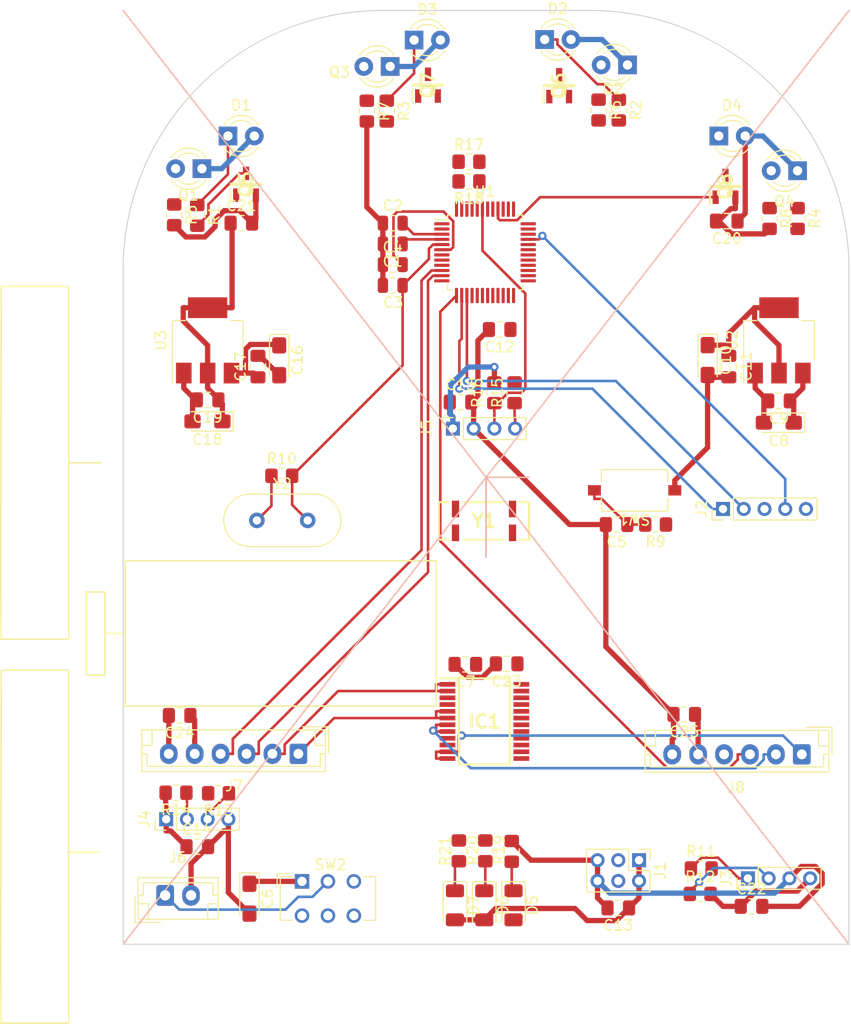
<source format=kicad_pcb>
(kicad_pcb (version 20221018) (generator pcbnew)
  (layers (0 "F.Cu" signal) (31 "B.Cu" signal) (34 "B.Paste" user) (35 "F.Paste" user) (36 "B.SilkS" user "B.Silkscreen") (37 "F.SilkS" user "F.Silkscreen") (38 "B.Mask" user) (39 "F.Mask" user) (44 "Edge.Cuts" user))
  (net 0 "")
  (net 1 "GND")
  (net 2 "OSCIN")
  (net 3 "OSCOUT")
  (net 4 "RESET")
  (net 5 "PC15")
  (net 6 "PC14")
  (net 7 "VBAT")
  (net 8 "+3.3V")
  (net 9 "+5V")
  (net 10 "Net-(D2-K)")
  (net 11 "Net-(D3-K)")
  (net 12 "Net-(D6-K)")
  (net 13 "Net-(D7-K)")
  (net 14 "Net-(D1-K)")
  (net 15 "Net-(D4-K)")
  (net 16 "Net-(D5-K)")
  (net 17 "L_MOTOR1")
  (net 18 "L_MOTOR2")
  (net 19 "R_MOTOR1")
  (net 20 "R_MOTOR2")
  (net 21 "B_PWM")
  (net 22 "B_IN2")
  (net 23 "B_IN1")
  (net 24 "STBY")
  (net 25 "A_IN1")
  (net 26 "A_IN2")
  (net 27 "A_PWM")
  (net 28 "SWDIO")
  (net 29 "SWCLK")
  (net 30 "TXD")
  (net 31 "RXD")
  (net 32 "BOOT0")
  (net 33 "BOOT1")
  (net 34 "Net-(J6-Pin_1)")
  (net 35 "I2C_SDA")
  (net 36 "I2C_SCL")
  (net 37 "LM_B")
  (net 38 "LM_A")
  (net 39 "RM_B")
  (net 40 "RM_A")
  (net 41 "PA4")
  (net 42 "PA5")
  (net 43 "PA11")
  (net 44 "PA12")
  (net 45 "PB5")
  (net 46 "IR1")
  (net 47 "Net-(Q6-D)")
  (net 48 "IR2")
  (net 49 "Net-(Q8-D)")
  (net 50 "LECT1")
  (net 51 "LECT2")
  (net 52 "IR3")
  (net 53 "Net-(Q5-D)")
  (net 54 "LECT3")
  (net 55 "IR4")
  (net 56 "Net-(Q7-D)")
  (net 57 "LECT4")
  (net 58 "PC13")
  (net 59 "PB8")
  (footprint "Resistor_SMD:R_0805_2012Metric_Pad1.20x1.40mm_HandSolder" (layer "F.Cu") (at 129.325 58.4 -90)
    (fp_text reference "R3")
    (fp_text value "70")
  )
  (footprint "LED_THT:LED_D3.0mm" (layer "F.Cu") (at 129.65 54.1 180)
    (fp_text reference "Q3")
    (fp_text value "Q_Photo_NPN_CE")
  )
  (footprint "Resonador:830003000" (layer "F.Cu") (at 138.7 97.9)
    (fp_text reference "Y1")
    (fp_text value "830003000" hide)
  )
  (footprint "Resistor_SMD:R_0805_2012Metric_Pad1.20x1.40mm_HandSolder" (layer "F.Cu") (at 155.25 98.25 180)
    (fp_text reference "R9")
    (fp_text value "10k")
  )
  (footprint "Resistor_SMD:R_0805_2012Metric_Pad1.20x1.40mm_HandSolder" (layer "F.Cu") (at 137.25 65.18 180)
    (fp_text reference "R18")
    (fp_text value "10K")
  )
  (footprint "IRLML6344TRPBF:SOT95P237X112-3N" (layer "F.Cu") (at 145.95 55.95 90)
    (fp_text reference "Q6")
    (fp_text value "IRLML6344TRPBF" hide)
  )
  (footprint "Capacitor_SMD:C_0805_2012Metric_Pad1.18x1.45mm_HandSolder" (layer "F.Cu") (at 136.9005 111.725 180)
    (fp_text reference "C7")
    (fp_text value "100nF")
  )
  (footprint "Connector_JST:JST_EH_B6B-EH-A_1x06_P2.50mm_Vertical" (layer "F.Cu") (at 169.35 120.4 180)
    (fp_text reference "J8")
    (fp_text value "R_Motor")
  )
  (footprint "LED_SMD:LED_1206_3216Metric" (layer "F.Cu") (at 138.725 134.95 -90)
    (fp_text reference "D6")
    (fp_text value "LED")
  )
  (footprint "IRLML6344TRPBF:SOT95P237X112-3N" (layer "F.Cu") (at 133.3 55.9 90)
    (fp_text reference "Q7")
    (fp_text value "IRLML6344TRPBF" hide)
  )
  (footprint "Capacitor_SMD:C_0805_2012Metric_Pad1.18x1.45mm_HandSolder" (layer "F.Cu") (at 151.65 135.2 180)
    (fp_text reference "C13")
    (fp_text value "100nF")
  )
  (footprint "Crystal:Crystal_HC18-U_Vertical" (layer "F.Cu") (at 116.8 97.85)
    (fp_text reference "Y2")
    (fp_text value "8MHz")
  )
  (footprint "Capacitor_SMD:C_0805_2012Metric" (layer "F.Cu") (at 129.9 73.2)
    (fp_text reference "C4")
    (fp_text value "20pF")
  )
  (footprint "Resistor_SMD:R_0805_2012Metric_Pad1.20x1.40mm_HandSolder" (layer "F.Cu") (at 113.1 124.15 180)
    (fp_text reference "R13")
    (fp_text value "4.7K")
  )
  (footprint "Resistor_SMD:R_0805_2012Metric_Pad1.20x1.40mm_HandSolder" (layer "F.Cu") (at 138.825 129.7 90)
    (fp_text reference "R20")
    (fp_text value "200" hide)
  )
  (footprint "Capacitor_Tantalum_SMD:CP_EIA-3216-10_Kemet-I_Pad1.58x1.35mm_HandSolder" (layer "F.Cu") (at 160.2625 82.395 -90)
    (fp_text reference "C10")
    (fp_text value "10uF/10V")
  )
  (footprint "Resistor_SMD:R_0805_2012Metric_Pad1.20x1.40mm_HandSolder" (layer "F.Cu") (at 109 124.1 180)
    (fp_text reference "R14")
    (fp_text value "4.7K")
  )
  (footprint "Resistor_SMD:R_0805_2012Metric_Pad1.20x1.40mm_HandSolder" (layer "F.Cu") (at 166.24 68.75 -90)
    (fp_text reference "R8")
    (fp_text value "10K")
  )
  (footprint "Capacitor_SMD:C_0805_2012Metric_Pad1.18x1.45mm_HandSolder" (layer "F.Cu") (at 151.4875 98.25 180)
    (fp_text reference "C5")
    (fp_text value "1uF")
  )
  (footprint "Connector_PinSocket_2.00mm:PinSocket_1x04_P2.00mm_Vertical" (layer "F.Cu") (at 135.7 89 90)
    (fp_text reference "J5")
    (fp_text value "Gyro")
  )
  (footprint "Capacitor_Tantalum_SMD:CP_EIA-3216-10_Kemet-I_Pad1.58x1.35mm_HandSolder" (layer "F.Cu") (at 167.13 88.4325 180)
    (fp_text reference "C8")
    (fp_text value "10uF/10V")
  )
  (footprint "LED_SMD:LED_1206_3216Metric" (layer "F.Cu") (at 141.55 134.95 -90)
    (fp_text reference "D5")
    (fp_text value "LED")
  )
  (footprint "Resistor_SMD:R_0805_2012Metric_Pad1.20x1.40mm_HandSolder" (layer "F.Cu") (at 168.94 68.75 -90)
    (fp_text reference "R4")
    (fp_text value "70")
  )
  (footprint "Resistor_SMD:R_0805_2012Metric_Pad1.20x1.40mm_HandSolder" (layer "F.Cu") (at 159.55 133.85)
    (fp_text reference "R12")
    (fp_text value "4.7K")
  )
  (footprint "Resistor_SMD:R_0805_2012Metric_Pad1.20x1.40mm_HandSolder" (layer "F.Cu") (at 119.2 93.55 180)
    (fp_text reference "R10")
    (fp_text value "1M" hide)
  )
  (footprint "Connector_PinHeader_2.00mm:PinHeader_2x03_P2.00mm_Vertical" (layer "F.Cu") (at 153.65 130.6 -90)
    (fp_text reference "J1")
    (fp_text value "Conn_02x03_Odd_Even")
  )
  (footprint "Capacitor_SMD:C_0805_2012Metric_Pad1.18x1.45mm_HandSolder" (layer "F.Cu") (at 115.3 69.2)
    (fp_text reference "C21")
    (fp_text value "100nF")
  )
  (footprint "Capacitor_SMD:C_0805_2012Metric_Pad1.18x1.45mm_HandSolder" (layer "F.Cu") (at 167.15 86.3325 180)
    (fp_text reference "C9")
    (fp_text value "100nF")
  )
  (footprint "Connector_PinHeader_2.00mm:PinHeader_1x05_P2.00mm_Vertical" (layer "F.Cu") (at 161.75 96.75 90)
    (fp_text reference "J2")
    (fp_text value "FreePins")
  )
  (footprint "Package_QFP:LQFP-48_7x7mm_P0.5mm" (layer "F.Cu") (at 138.8 72.0125)
    (fp_text reference "U1")
    (fp_text value "STM32F103C8T6")
  )
  (footprint "Resistor_SMD:R_0805_2012Metric_Pad1.20x1.40mm_HandSolder" (layer "F.Cu") (at 149.75 58.3 -90)
    (fp_text reference "R6")
    (fp_text value "10K")
  )
  (footprint "Capacitor_SMD:C_0805_2012Metric_Pad1.18x1.45mm_HandSolder" (layer "F.Cu") (at 158.0125 116.55 180)
    (fp_text reference "C25")
    (fp_text value "100nF")
  )
  (footprint "IRLML6344TRPBF:SOT95P237X112-3N" (layer "F.Cu") (at 115.75 65.45 90)
    (fp_text reference "Q5")
    (fp_text value "IRLML6344TRPBF" hide)
  )
  (footprint "Capacitor_SMD:C_0805_2012Metric" (layer "F.Cu") (at 129.9 75.2)
    (fp_text reference "C3")
    (fp_text value "20pF")
  )
  (footprint "IRLML6344TRPBF:SOT95P237X112-3N" (layer "F.Cu") (at 161.99 65.65 90)
    (fp_text reference "Q8")
    (fp_text value "IRLML6344TRPBF" hide)
  )
  (footprint "Resistor_SMD:R_0805_2012Metric_Pad1.20x1.40mm_HandSolder" (layer "F.Cu") (at 139.7 85.55 90)
    (fp_text reference "R16")
    (fp_text value "4.7K")
  )
  (footprint "Capacitor_SMD:C_0805_2012Metric_Pad1.18x1.45mm_HandSolder" (layer "F.Cu") (at 164.5 135.05)
    (fp_text reference "C22")
    (fp_text value "100nF")
  )
  (footprint "Resistor_SMD:R_0805_2012Metric_Pad1.20x1.40mm_HandSolder" (layer "F.Cu") (at 159.65 131.4)
    (fp_text reference "R11")
    (fp_text value "4.7K")
  )
  (footprint "Resistor_SMD:R_0805_2012Metric_Pad1.20x1.40mm_HandSolder" (layer "F.Cu") (at 127.4 58.4 -90)
    (fp_text reference "R7")
    (fp_text value "10K")
  )
  (footprint "TB6612FNG:SOP65P760X160-24N" (layer "F.Cu") (at 138.738 117.225)
    (fp_text reference "IC1")
    (fp_text value "TB6612FNG,C,8,EL" hide)
  )
  (footprint "Resistor_SMD:R_0805_2012Metric_Pad1.20x1.40mm_HandSolder" (layer "F.Cu") (at 136.275 129.7 90)
    (fp_text reference "R21")
    (fp_text value "200" hide)
  )
  (footprint "Button_Switch_THT:SW_CuK_JS202011CQN_DPDT_Straight" (layer "F.Cu") (at 121.15 132.6425)
    (fp_text reference "SW2")
    (fp_text value "SW_SPDT")
  )
  (footprint "Connector_JST:JST_EH_B6B-EH-A_1x06_P2.50mm_Vertical" (layer "F.Cu") (at 120.8 120.35 180)
    (fp_text reference "J7")
    (fp_text value "L_Motor")
  )
  (footprint "Resistor_SMD:R_0805_2012Metric_Pad1.20x1.40mm_HandSolder" (layer "F.Cu") (at 108.825 68.4 -90)
    (fp_text reference "R5")
    (fp_text value "10K")
  )
  (footprint "LED_SMD:LED_1206_3216Metric" (layer "F.Cu") (at 135.9 134.95 -90)
    (fp_text reference "D7")
    (fp_text value "LED")
  )
  (footprint "Capacitor_SMD:C_0805_2012Metric_Pad1.18x1.45mm_HandSolder" (layer "F.Cu") (at 112.05 86.2325 180)
    (fp_text reference "C19")
    (fp_text value "100nF")
  )
  (footprint "Capacitor_SMD:C_0805_2012Metric_Pad1.18x1.45mm_HandSolder" (layer "F.Cu") (at 116.9 83.02 90)
    (fp_text reference "C17")
    (fp_text value "100nF")
  )
  (footprint "Capacitor_Tantalum_SMD:CP_EIA-3216-10_Kemet-I_Pad1.58x1.35mm_HandSolder" (layer "F.Cu") (at 116.0825 134.3125 -90)
    (fp_text reference "C6")
    (fp_text value "10uF/10V")
  )
  (footprint "LED_THT:LED_D3.0mm" (layer "F.Cu") (at 144.55 51.5)
    (fp_text reference "D2")
    (fp_text value "IR_LEFT")
  )
  (footprint "LED_THT:LED_D3.0mm" (layer "F.Cu") (at 111.5 63.95 180)
    (fp_text reference "Q1")
    (fp_text value "Q_Photo_NPN_CE")
  )
  (footprint "Resistor_SMD:R_0805_2012Metric_Pad1.20x1.40mm_HandSolder" (layer "F.Cu") (at 141.375 129.75 -90)
    (fp_text reference "R19")
    (fp_text value "250" hide)
  )
  (footprint "LED_THT:LED_D3.0mm" (layer "F.Cu") (at 114.01 60.8)
    (fp_text reference "D1")
    (fp_text value "IR_LEFT")
  )
  (footprint "Connector_PinHeader_2.00mm:PinHeader_1x04_P2.00mm_Vertical" (layer "F.Cu") (at 164.15 132.35 90)
    (fp_text reference "J3")
    (fp_text value "UART")
  )
  (footprint "Resistor_SMD:R_0805_2012Metric_Pad1.20x1.40mm_HandSolder" (layer "F.Cu") (at 151.7 58.3 -90)
    (fp_text reference "R2")
    (fp_text value "70")
  )
  (footprint "Capacitor_SMD:C_0805_2012Metric_Pad1.18x1.45mm_HandSolder" (layer "F.Cu") (at 162.3125 83.02 -90)
    (fp_text reference "C11")
    (fp_text value "100nF")
  )
  (footprint "Package_TO_SOT_SMD:SOT-223-3_TabPin2" (layer "F.Cu") (at 167.15 80.5 90)
    (fp_text reference "U2")
    (fp_text value "AMS1117-3.3")
  )
  (footprint "Button_Switch_SMD:SW_Tactile_SPST_NO_Straight_CK_PTS636Sx25SMTRLFS" (layer "F.Cu") (at 153.225 94.95 180)
    (fp_text reference "SW1")
    (fp_text value "RESET")
  )
  (footprint "Connector_PinHeader_2.00mm:PinHeader_1x04_P2.00mm_Vertical" (layer "F.Cu") (at 108.05 126.65 90)
    (fp_text reference "J4")
    (fp_text value "SWD")
  )
  (footprint "Capacitor_Tantalum_SMD:CP_EIA-3216-10_Kemet-I_Pad1.58x1.35mm_HandSolder" (layer "F.Cu") (at 118.95 82.42 -90)
    (fp_text reference "C16")
    (fp_text value "10uF/10V")
  )
  (footprint "Capacitor_SMD:C_0805_2012Metric" (layer "F.Cu") (at 129.9 71.2 180)
    (fp_text reference "C1")
    (fp_text value "20pF")
  )
  (footprint "LED_THT:LED_D3.0mm" (layer "F.Cu") (at 161.35 60.8)
    (fp_text reference "D4")
    (fp_text value "IR_LEFT")
  )
  (footprint "Capacitor_SMD:C_0805_2012Metric_Pad1.18x1.45mm_HandSolder" (layer "F.Cu") (at 140.888 111.675 180)
    (fp_text reference "C23")
    (fp_text value "100nF")
  )
  (footprint "LED_THT:LED_D3.0mm" (layer "F.Cu") (at 152.54 53.95 180)
    (fp_text reference "Q2")
    (fp_text value "Q_Photo_NPN_CE")
  )
  (footprint "Capacitor_SMD:C_0805_2012Metric_Pad1.18x1.45mm_HandSolder" (layer "F.Cu") (at 162.1125 69 180)
    (fp_text reference "C20")
    (fp_text value "100nF")
  )
  (footprint "Capacitor_SMD:C_0805_2012Metric_Pad1.18x1.45mm_HandSolder" (layer "F.Cu") (at 136.4375 86.45)
    (fp_text reference "C15")
    (fp_text value "100nF")
  )
  (footprint "Package_TO_SOT_SMD:SOT-223-3_TabPin2" (layer "F.Cu") (at 112.05 80.5 90)
    (fp_text reference "U3")
    (fp_text value "AMS1117-5.0")
  )
  (footprint "Resistor_SMD:R_0805_2012Metric_Pad1.20x1.40mm_HandSolder" (layer "F.Cu") (at 111.05 68.45 -90)
    (fp_text reference "R1")
    (fp_text value "70")
  )
  (footprint "Capacitor_SMD:C_0805_2012Metric_Pad1.18x1.45mm_HandSolder" (layer "F.Cu") (at 111.05 129.3)
    (fp_text reference "C14")
    (fp_text value "100nF")
  )
  (footprint "Capacitor_SMD:C_0805_2012Metric" (layer "F.Cu") (at 129.9 69.2)
    (fp_text reference "C2")
    (fp_text value "20pF")
  )
  (footprint "Capacitor_SMD:C_0805_2012Metric_Pad1.18x1.45mm_HandSolder" (layer "F.Cu") (at 140.2125 79.45 180)
    (fp_text reference "C12")
    (fp_text value "100nF")
  )
  (footprint "Connector_JST:JST_EH_B2B-EH-A_1x02_P2.50mm_Vertical" (layer "F.Cu") (at 107.95 133.9925)
    (fp_text reference "J6")
    (fp_text value "Batery")
  )
  (footprint "LED_THT:LED_D3.0mm" (layer "F.Cu") (at 168.94 64.15 180)
    (fp_text reference "Q4")
    (fp_text value "Q_Photo_NPN_CE")
  )
  (footprint "Resistor_SMD:R_0805_2012Metric_Pad1.20x1.40mm_HandSolder" (layer "F.Cu") (at 137.25 63.28)
    (fp_text reference "R17")
    (fp_text value "13K" hide)
  )
  (footprint "Resistor_SMD:R_0805_2012Metric_Pad1.20x1.40mm_HandSolder" (layer "F.Cu") (at 141.65 85.55 90)
    (fp_text reference "R15")
    (fp_text value "4.7K")
  )
  (footprint "Capacitor_SMD:C_0805_2012Metric_Pad1.18x1.45mm_HandSolder" (layer "F.Cu") (at 109.35 116.65 180)
    (fp_text reference "C24")
    (fp_text value "100nF")
  )
  (footprint "LED_THT:LED_D3.0mm" (layer "F.Cu") (at 131.96 51.55)
    (fp_text reference "D3")
    (fp_text value "IR_LEFT")
  )
  (footprint "Capacitor_Tantalum_SMD:CP_EIA-3216-10_Kemet-I_Pad1.58x1.35mm_HandSolder" (layer "F.Cu") (at 112.03 88.3075 180)
    (fp_text reference "C18")
    (fp_text value "10uF/10V")
  )
  (gr_line locked (start 173.9 48.7) (end 103.9 138.7) (stroke (width 0.15)) (layer "B.SilkS"))
  (gr_line locked (start 138.9 93.7) (end 143.05 93.7) (stroke (width 0.15)) (layer "B.SilkS"))
  (gr_line locked (start 173.9 138.7) (end 103.9 48.7) (stroke (width 0.15)) (layer "B.SilkS"))
  (gr_line locked (start 138.9 93.7) (end 138.9 101.4) (stroke (width 0.15)) (layer "B.SilkS"))
  (gr_line (start 102.15 112.75) (end 102.15 108.75) (stroke (width 0.15)) (layer "F.SilkS"))
  (gr_line (start 102.15 108.75) (end 102.15 104.75) (stroke (width 0.15)) (layer "F.SilkS"))
  (gr_line (start 98.65 109.3) (end 98.65 75.3) (stroke (width 0.15)) (layer "F.SilkS"))
  (gr_line (start 102.15 104.75) (end 100.35 104.75) (stroke (width 0.15)) (layer "F.SilkS"))
  (gr_line (start 92.15 75.3) (end 92.1 109.3) (stroke (width 0.15)) (layer "F.SilkS"))
  (gr_line (start 92.1 109.3) (end 98.65 109.3) (stroke (width 0.15)) (layer "F.SilkS"))
  (gr_line (start 100.35 104.75) (end 100.35 112.75) (stroke (width 0.15)) (layer "F.SilkS"))
  (gr_line (start 104.1 108.75) (end 102.15 108.75) (stroke (width 0.15)) (layer "F.SilkS"))
  (gr_line (start 100.35 112.75) (end 102.15 112.75) (stroke (width 0.15)) (layer "F.SilkS"))
  (gr_line (start 98.65 112.3) (end 92.15 112.3) (stroke (width 0.15)) (layer "F.SilkS"))
  (gr_rect (start 104.1 101.75) (end 134.1 115.75) (stroke (width 0.15)) (fill none) (layer "F.SilkS"))
  (gr_line (start 98.65 92.3) (end 101.75 92.3) (stroke (width 0.15)) (layer "F.SilkS"))
  (gr_line (start 92.1 146.3) (end 98.65 146.3) (stroke (width 0.15)) (layer "F.SilkS"))
  (gr_line (start 92.15 112.3) (end 92.1 146.3) (stroke (width 0.15)) (layer "F.SilkS"))
  (gr_line (start 98.65 75.3) (end 92.15 75.3) (stroke (width 0.15)) (layer "F.SilkS"))
  (gr_line (start 98.55 129.85) (end 101.65 129.85) (stroke (width 0.15)) (layer "F.SilkS"))
  (gr_line (start 98.65 146.3) (end 98.65 112.3) (stroke (width 0.15)) (layer "F.SilkS"))
  (gr_line locked (start 103.9 73.7) (end 103.9 138.7) (stroke (width 0.1)) (layer "Edge.Cuts"))
  (gr_line locked (start 173.9 138.7) (end 103.9 138.7) (stroke (width 0.1)) (layer "Edge.Cuts"))
  (gr_line locked (start 173.9 73.7) (end 173.9 138.7) (stroke (width 0.1)) (layer "Edge.Cuts"))
  (gr_arc locked (start 148.9 48.7) (mid 166.57767 56.02233) (end 173.9 73.7) (stroke (width 0.1)) (layer "Edge.Cuts"))
  (gr_arc locked (start 103.9 73.7) (mid 111.22233 56.02233) (end 128.9 48.7) (stroke (width 0.1)) (layer "Edge.Cuts"))
  (gr_line locked (start 128.9 48.7) (end 148.9 48.7) (stroke (width 0.1)) (layer "Edge.Cuts"))
  (segment (start 116.9 81.9825) (end 117.075 81.9825) (width 0.508) (layer "F.Cu") (net 1))
  (segment (start 137.7 89) (end 146.95 98.25) (width 0.508) (layer "F.Cu") (net 1))
  (segment (start 137.7 86.675) (end 137.7 89) (width 0.508) (layer "F.Cu") (net 1))
  (segment (start 162.5621 70.2327) (end 165.7573 70.2327) (width 0.508) (layer "F.Cu") (net 1))
  (segment (start 115.1342 67.9967) (end 113.6445 67.9967) (width 0.508) (layer "F.Cu") (net 1))
  (segment (start 112.775 69.5359) (end 111.7833 70.5276) (width 0.508) (layer "F.Cu") (net 1))
  (segment (start 109.9526 70.5276) (end 108.825 69.4) (width 0.508) (layer "F.Cu") (net 1))
  (segment (start 110.45 130.9375) (end 112.0875 129.3) (width 0.508) (layer "F.Cu") (net 1))
  (segment (start 127.4 67.65) (end 127.4 59.4) (width 0.508) (layer "F.Cu") (net 1))
  (segment (start 111.7833 70.5276) (end 109.9526 70.5276) (width 0.508) (layer "F.Cu") (net 1))
  (segment (start 149.65 130.6) (end 149.65 132.6) (width 0.508) (layer "F.Cu") (net 1))
  (segment (start 162.94 66.7) (end 162.94 67.8059) (width 0.508) (layer "F.Cu") (net 1))
  (segment (start 138.1124 80.5126) (end 138.1124 85.8126) (width 0.508) (layer "F.Cu") (net 1))
  (segment (start 170.6445 131.2037) (end 169.2963 131.2037) (width 0.508) (layer "F.Cu") (net 1))
  (segment (start 160.2625 90.8316) (end 160.2625 84.0575) (width 0.508) (layer "F.Cu") (net 1))
  (segment (start 113.6445 67.9967) (end 112.775 68.8662) (width 0.508) (layer "F.Cu") (net 1))
  (segment (start 157.1 94.95) (end 157.1 93.9941) (width 0.508) (layer "F.Cu") (net 1))
  (segment (start 169.2963 131.2037) (end 168.15 132.35) (width 0.508) (layer "F.Cu") (net 1))
  (segment (start 157.1 93.9941) (end 160.2625 90.8316) (width 0.508) (layer "F.Cu") (net 1))
  (segment (start 149.65 132.6) (end 149.65 134.2375) (width 0.508) (layer "F.Cu") (net 1))
  (segment (start 114.05 127.7809) (end 113.6066 127.7809) (width 0.508) (layer "F.Cu") (net 1))
  (segment (start 113.6066 127.7809) (end 112.0875 129.3) (width 0.508) (layer "F.Cu") (net 1))
  (segment (start 161.075 69) (end 161.0876 68.9874) (width 0.508) (layer "F.Cu") (net 1))
  (segment (start 116.3375 69.2) (end 116.7 68.8375) (width 0.508) (layer "F.Cu") (net 1))
  (segment (start 161.3168 68.9874) (end 161.3169 68.9874) (width 0.508) (layer "F.Cu") (net 1))
  (segment (start 112.775 68.8662) (end 112.775 69.5359) (width 0.508) (layer "F.Cu") (net 1))
  (segment (start 165.6924 85.9483) (end 165.6924 86.3325) (width 0.508) (layer "F.Cu") (net 1))
  (segment (start 137.1086 112.9706) (end 135.863 111.725) (width 0.508) (layer "F.Cu") (net 1))
  (segment (start 149.65 130.6) (end 143.225 130.6) (width 0.508) (layer "F.Cu") (net 1))
  (segment (start 161.3169 68.9874) (end 162.5621 70.2327) (width 0.508) (layer "F.Cu") (net 1))
  (segment (start 162.94 67.8059) (end 162.4984 67.8059) (width 0.508) (layer "F.Cu") (net 1))
  (segment (start 128.95 71.2) (end 128.95 73.2) (width 0.508) (layer "F.Cu") (net 1))
  (segment (start 162.4984 67.8059) (end 161.3169 68.9874) (width 0.508) (layer "F.Cu") (net 1))
  (segment (start 165.6925 86.3325) (end 165.6925 88.4325) (width 0.508) (layer "F.Cu") (net 1))
  (segment (start 138.1124 85.8126) (end 137.475 86.45) (width 0.508) (layer "F.Cu") (net 1))
  (segment (start 150.45 98.25) (end 150.45 110.025) (width 0.508) (layer "F.Cu") (net 1))
  (segment (start 110.45 133.9925) (end 110.45 130.9375) (width 0.508) (layer "F.Cu") (net 1))
  (segment (start 165.5375 135.05) (end 169.1223 135.05) (width 0.508) (layer "F.Cu") (net 1))
  (segment (start 164.85 85.1059) (end 165.6924 85.9483) (width 0.508) (layer "F.Cu") (net 1))
  (segment (start 165.6924 86.3325) (end 165.6925 86.3325) (width 0.508) (layer "F.Cu") (net 1))
  (segment (start 128.95 69.2) (end 128.95 71.2) (width 0.508) (layer "F.Cu") (net 1))
  (segment (start 143.225 130.6) (end 141.375 128.75) (width 0.508) (layer "F.Cu") (net 1))
  (segment (start 110.5925 86.2325) (end 111.0125 86.2325) (width 0.508) (layer "F.Cu") (net 1))
  (segment (start 114.05 126.65) (end 114.05 127.7809) (width 0.508) (layer "F.Cu") (net 1))
  (segment (start 171.3104 132.8619) (end 171.3104 131.8696) (width 0.508) (layer "F.Cu") (net 1))
  (segment (start 108.3 120.35) (end 108.3 118.9191) (width 0.508) (layer "F.Cu") (net 1))
  (segment (start 171.3104 131.8696) (end 170.6445 131.2037) (width 0.508) (layer "F.Cu") (net 1))
  (segment (start 146.95 98.25) (end 150.45 98.25) (width 0.508) (layer "F.Cu") (net 1))
  (segment (start 139.8505 111.675) (end 138.5549 112.9706) (width 0.508) (layer "F.Cu") (net 1))
  (segment (start 114.05 127.7809) (end 114.05 133.7175) (width 0.508) (layer "F.Cu") (net 1))
  (segment (start 108.3125 118.9066) (end 108.3125 116.65) (width 0.508) (layer "F.Cu") (net 1))
  (segment (start 160.2625 84.0575) (end 160.2625 83.8325) (width 0.508) (layer "F.Cu") (net 1))
  (segment (start 110.5925 86.2325) (end 110.5925 88.3075) (width 0.508) (layer "F.Cu") (net 1))
  (segment (start 109.75 85.1059) (end 110.5925 85.9484) (width 0.508) (layer "F.Cu") (net 1))
  (segment (start 156.975 118.8441) (end 156.975 116.55) (width 0.508) (layer "F.Cu") (net 1))
  (segment (start 114.05 133.7175) (end 116.0825 135.75) (width 0.508) (layer "F.Cu") (net 1))
  (segment (start 116.7 68.8375) (end 116.7 66.5) (width 0.508) (layer "F.Cu") (net 1))
  (segment (start 110.5925 85.9484) (end 110.5925 86.2325) (width 0.508) (layer "F.Cu") (net 1))
  (segment (start 150.45 110.025) (end 156.975 116.55) (width 0.508) (layer "F.Cu") (net 1))
  (segment (start 128.95 69.2) (end 127.4 67.65) (width 0.508) (layer "F.Cu") (net 1))
  (segment (start 138.5549 112.9706) (end 137.1086 112.9706) (width 0.508) (layer "F.Cu") (net 1))
  (segment (start 165.6925 86.3325) (end 166.1125 86.3325) (width 0.508) (layer "F.Cu") (net 1))
  (segment (start 161.0876 68.9874) (end 161.3168 68.9874) (width 0.508) (layer "F.Cu") (net 1))
  (segment (start 117.075 81.9825) (end 118.95 83.8575) (width 0.508) (layer "F.Cu") (net 1))
  (segment (start 137.475 86.45) (end 137.7 86.675) (width 0.508) (layer "F.Cu") (net 1))
  (segment (start 164.85 83.65) (end 164.85 85.1059) (width 0.508) (layer "F.Cu") (net 1))
  (segment (start 109.75 83.65) (end 109.75 85.1059) (width 0.508) (layer "F.Cu") (net 1))
  (segment (start 128.95 75.2) (end 128.95 73.2) (width 0.508) (layer "F.Cu") (net 1))
  (segment (start 162.3125 84.0575) (end 160.2625 84.0575) (width 0.508) (layer "F.Cu") (net 1))
  (segment (start 156.85 118.9691) (end 156.975 118.8441) (width 0.508) (layer "F.Cu") (net 1))
  (segment (start 139.175 79.45) (end 138.1124 80.5126) (width 0.508) (layer "F.Cu") (net 1))
  (segment (start 165.7573 70.2327) (end 166.24 69.75) (width 0.508) (layer "F.Cu") (net 1))
  (segment (start 169.1223 135.05) (end 171.3104 132.8619) (width 0.508) (layer "F.Cu") (net 1))
  (segment (start 108.3 118.9191) (end 108.3125 118.9066) (width 0.508) (layer "F.Cu") (net 1))
  (segment (start 156.85 120.4) (end 156.85 118.9691) (width 0.508) (layer "F.Cu") (net 1))
  (segment (start 149.65 134.2375) (end 150.6125 135.2) (width 0.508) (layer "F.Cu") (net 1))
  (segment (start 116.3375 69.2) (end 115.1342 67.9967) (width 0.508) (layer "F.Cu") (net 1))
  (segment (start 168.15 132.35) (end 166.7262 133.7738) (width 0.508) (layer "B.Cu") (net 1))
  (segment (start 150.8238 133.7738) (end 149.65 132.6) (width 0.508) (layer "B.Cu") (net 1))
  (segment (start 166.7262 133.7738) (end 150.8238 133.7738) (width 0.508) (layer "B.Cu") (net 1))
  (segment (start 133.7903 71.2625) (end 134.6375 71.2625) (width 0.25) (layer "F.Cu") (net 2))
  (segment (start 130.85 75.2) (end 133.3876 72.6624) (width 0.25) (layer "F.Cu") (net 2))
  (segment (start 130.85 82.9) (end 120.2 93.55) (width 0.25) (layer "F.Cu") (net 2))
  (segment (start 130.85 75.2) (end 130.85 82.9) (width 0.25) (layer "F.Cu") (net 2))
  (segment (start 133.3876 71.6652) (end 133.7903 71.2625) (width 0.25) (layer "F.Cu") (net 2))
  (segment (start 121.7 97.85) (end 120.2 96.35) (width 0.25) (layer "F.Cu") (net 2))
  (segment (start 133.3876 72.6624) (end 133.3876 71.6652) (width 0.25) (layer "F.Cu") (net 2))
  (segment (start 120.2 96.35) (end 120.2 93.55) (width 0.25) (layer "F.Cu") (net 2))
  (segment (start 129.97 68.4658) (end 130.3551 68.0807) (width 0.25) (layer "F.Cu") (net 3))
  (segment (start 135.7319 71.5131) (end 135.4825 71.7625) (width 0.25) (layer "F.Cu") (net 3))
  (segment (start 130.85 73.2) (end 129.97 72.32) (width 0.25) (layer "F.Cu") (net 3))
  (segment (start 130.3551 68.0807) (end 134.7928 68.0807) (width 0.25) (layer "F.Cu") (net 3))
  (segment (start 135.7319 69.0198) (end 135.7319 71.5131) (width 0.25) (layer "F.Cu") (net 3))
  (segment (start 134.7928 68.0807) (end 135.7319 69.0198) (width 0.25) (layer "F.Cu") (net 3))
  (segment (start 135.4825 71.7625) (end 134.6375 71.7625) (width 0.25) (layer "F.Cu") (net 3))
  (segment (start 116.8 97.85) (end 118.2 96.45) (width 0.25) (layer "F.Cu") (net 3))
  (segment (start 118.2 96.45) (end 118.2 93.55) (width 0.25) (layer "F.Cu") (net 3))
  (segment (start 129.97 72.32) (end 129.97 68.4658) (width 0.25) (layer "F.Cu") (net 3))
  (segment (start 149.35 95.7769) (end 150.0519 95.7769) (width 0.25) (layer "F.Cu") (net 4))
  (segment (start 149.35 94.95) (end 149.35 95.7769) (width 0.25) (layer "F.Cu") (net 4))
  (segment (start 152.525 98.25) (end 154.25 98.25) (width 0.25) (layer "F.Cu") (net 4))
  (segment (start 150.0519 95.7769) (end 152.525 98.25) (width 0.25) (layer "F.Cu") (net 4))
  (segment (start 131.2875 70.7625) (end 134.6375 70.7625) (width 0.25) (layer "F.Cu") (net 5))
  (segment (start 130.85 71.2) (end 131.2875 70.7625) (width 0.25) (layer "F.Cu") (net 5))
  (segment (start 131.9125 70.2625) (end 134.6375 70.2625) (width 0.25) (layer "F.Cu") (net 6))
  (segment (start 130.85 69.2) (end 131.9125 70.2625) (width 0.25) (layer "F.Cu") (net 6))
  (segment (start 116.1682 80.8892) (end 118.8567 80.8892) (width 0.508) (layer "F.Cu") (net 7))
  (segment (start 115.7014 81.356) (end 116.1682 80.8892) (width 0.508) (layer "F.Cu") (net 7))
  (segment (start 121.15 132.6425) (end 116.315 132.6425) (width 0.508) (layer "F.Cu") (net 7))
  (segment (start 168.5675 86.3325) (end 168.5675 88.4325) (width 0.508) (layer "F.Cu") (net 7))
  (segment (start 169.45 83.65) (end 169.45 85.1059) (width 0.508) (layer "F.Cu") (net 7))
  (segment (start 115.7014 83.65) (end 115.7014 81.356) (width 0.508) (layer "F.Cu") (net 7))
  (segment (start 114.35 83.65) (end 115.7014 83.65) (width 0.508) (layer "F.Cu") (net 7))
  (segment (start 169.45 85.1059) (end 168.5675 85.9884) (width 0.508) (layer "F.Cu") (net 7))
  (segment (start 116.4925 83.65) (end 116.9 84.0575) (width 0.508) (layer "F.Cu") (net 7))
  (segment (start 168.5675 85.9884) (end 168.5675 86.3325) (width 0.508) (layer "F.Cu") (net 7))
  (segment (start 118.8567 80.8892) (end 118.95 80.9825) (width 0.508) (layer "F.Cu") (net 7))
  (segment (start 168.5675 86.3325) (end 168.1875 86.3325) (width 0.508) (layer "F.Cu") (net 7))
  (segment (start 115.7014 83.65) (end 116.4925 83.65) (width 0.508) (layer "F.Cu") (net 7))
  (segment (start 116.315 132.6425) (end 116.0825 132.875) (width 0.508) (layer "F.Cu") (net 7))
  (segment (start 164.7941 77.35) (end 162.3125 79.8316) (width 0.508) (layer "F.Cu") (net 8))
  (segment (start 135.9 136.35) (end 138.725 136.35) (width 0.508) (layer "F.Cu") (net 8))
  (segment (start 139.8202 135.2548) (end 147.4803 135.2548) (width 0.508) (layer "F.Cu") (net 8))
  (segment (start 151.4675 136.42) (end 152.6875 135.2) (width 0.508) (layer "F.Cu") (net 8))
  (segment (start 153.65 132.6) (end 153.65 134.2375) (width 0.508) (layer "F.Cu") (net 8))
  (segment (start 139.7 83.065) (end 139.7 84.55) (width 0.508) (layer "F.Cu") (net 8))
  (segment (start 147.4803 135.2548) (end 148.6455 136.42) (width 0.508) (layer "F.Cu") (net 8))
  (segment (start 167.15 77.35) (end 164.7941 77.35) (width 0.508) (layer "F.Cu") (net 8))
  (segment (start 153.65 134.2375) (end 152.6875 135.2) (width 0.508) (layer "F.Cu") (net 8))
  (segment (start 135.4 87.5691) (end 135.4 86.45) (width 0.508) (layer "F.Cu") (net 8))
  (segment (start 108 125.4691) (end 108 124.1) (width 0.508) (layer "F.Cu") (net 8))
  (segment (start 108.05 126.65) (end 108.05 127.7809) (width 0.508) (layer "F.Cu") (net 8))
  (segment (start 108.05 125.5191) (end 108 125.4691) (width 0.508) (layer "F.Cu") (net 8))
  (segment (start 164.7941 78.6238) (end 164.7941 77.35) (width 0.508) (layer "F.Cu") (net 8))
  (segment (start 110.0125 129.3) (end 108.4934 127.7809) (width 0.508) (layer "F.Cu") (net 8))
  (segment (start 167.15 83.65) (end 167.15 80.9797) (width 0.508) (layer "F.Cu") (net 8))
  (segment (start 167.15 80.9797) (end 164.7941 78.6238) (width 0.508) (layer "F.Cu") (net 8))
  (segment (start 153.65 130.6) (end 153.65 132.6) (width 0.508) (layer "F.Cu") (net 8))
  (segment (start 148.6455 136.42) (end 151.4675 136.42) (width 0.508) (layer "F.Cu") (net 8))
  (segment (start 162.3125 79.8316) (end 162.3125 80.9575) (width 0.508) (layer "F.Cu") (net 8))
  (segment (start 162.3125 80.9575) (end 160.2625 80.9575) (width 0.508) (layer "F.Cu") (net 8))
  (segment (start 108.05 126.65) (end 108.05 125.5191) (width 0.508) (layer "F.Cu") (net 8))
  (segment (start 135.7 89) (end 135.7 87.8691) (width 0.508) (layer "F.Cu") (net 8))
  (segment (start 162.3125 80.9575) (end 162.3125 81.9825) (width 0.508) (layer "F.Cu") (net 8))
  (segment (start 138.725 136.35) (end 139.8202 135.2548) (width 0.508) (layer "F.Cu") (net 8))
  (segment (start 135.7 87.8691) (end 135.4 87.5691) (width 0.508) (layer "F.Cu") (net 8))
  (segment (start 108.4934 127.7809) (end 108.05 127.7809) (width 0.508) (layer "F.Cu") (net 8))
  (via (at 139.7 83.065) (size 0.8) (drill 0.4) (layers "F.Cu" "B.Cu") (net 8))
  (segment (start 135.4646 84.7818) (end 137.1814 83.065) (width 0.508) (layer "B.Cu") (net 8))
  (segment (start 135.7 87.8691) (end 135.4646 87.6337) (width 0.508) (layer "B.Cu") (net 8))
  (segment (start 137.1814 83.065) (end 139.7 83.065) (width 0.508) (layer "B.Cu") (net 8))
  (segment (start 135.7 89) (end 135.7 87.8691) (width 0.508) (layer "B.Cu") (net 8))
  (segment (start 135.4646 87.6337) (end 135.4646 84.7818) (width 0.508) (layer "B.Cu") (net 8))
  (segment (start 113.0875 86.2325) (end 113.4675 86.6125) (width 0.508) (layer "F.Cu") (net 9))
  (segment (start 110.8 117.0625) (end 110.3875 116.65) (width 0.508) (layer "F.Cu") (net 9))
  (segment (start 110.8 120.35) (end 110.8 117.0625) (width 0.508) (layer "F.Cu") (net 9))
  (segment (start 109.6941 77.35) (end 109.6941 78.6238) (width 0.508) (layer "F.Cu") (net 9))
  (segment (start 170.15 132.35) (end 168.9232 133.5768) (width 0.508) (layer "F.Cu") (net 9))
  (segment (start 112.05 83.65) (end 112.05 85.1059) (width 0.508) (layer "F.Cu") (net 9))
  (segment (start 113.4675 86.6125) (end 113.4675 88.3075) (width 0.508) (layer "F.Cu") (net 9))
  (segment (start 112.05 85.1059) (end 113.0875 86.1434) (width 0.508) (layer "F.Cu") (net 9))
  (segment (start 164.9357 133.5768) (end 163.4625 135.05) (width 0.508) (layer "F.Cu") (net 9))
  (segment (start 161.75 135.05) (end 160.55 133.85) (width 0.508) (layer "F.Cu") (net 9))
  (segment (start 114.4059 69.3434) (end 114.4059 77.35) (width 0.508) (layer "F.Cu") (net 9))
  (segment (start 112.05 77.35) (end 114.4059 77.35) (width 0.508) (layer "F.Cu") (net 9))
  (segment (start 159.35 120.4) (end 159.35 116.85) (width 0.508) (layer "F.Cu") (net 9))
  (segment (start 114.2625 69.2) (end 114.4059 69.3434) (width 0.508) (layer "F.Cu") (net 9))
  (segment (start 112.05 77.35) (end 109.6941 77.35) (width 0.508) (layer "F.Cu") (net 9))
  (segment (start 163.15 69) (end 163.89 68.26) (width 0.508) (layer "F.Cu") (net 9))
  (segment (start 168.9232 133.5768) (end 164.9357 133.5768) (width 0.508) (layer "F.Cu") (net 9))
  (segment (start 112.05 80.9797) (end 112.05 83.65) (width 0.508) (layer "F.Cu") (net 9))
  (segment (start 163.4625 135.05) (end 161.75 135.05) (width 0.508) (layer "F.Cu") (net 9))
  (segment (start 163.89 68.26) (end 163.89 60.8) (width 0.508) (layer "F.Cu") (net 9))
  (segment (start 159.35 116.85) (end 159.05 116.55) (width 0.508) (layer "F.Cu") (net 9))
  (segment (start 109.6941 78.6238) (end 112.05 80.9797) (width 0.508) (layer "F.Cu") (net 9))
  (segment (start 113.0875 86.1434) (end 113.0875 86.2325) (width 0.508) (layer "F.Cu") (net 9))
  (segment (start 150.09 51.5) (end 152.54 53.95) (width 0.508) (layer "B.Cu") (net 9))
  (segment (start 131.95 54.1) (end 129.65 54.1) (width 0.508) (layer "B.Cu") (net 9))
  (segment (start 134.5 51.55) (end 131.95 54.1) (width 0.508) (layer "B.Cu") (net 9))
  (segment (start 147.09 51.5) (end 150.09 51.5) (width 0.508) (layer "B.Cu") (net 9))
  (segment (start 116.55 60.8) (end 113.4 63.95) (width 0.508) (layer "B.Cu") (net 9))
  (segment (start 113.4 63.95) (end 111.5 63.95) (width 0.508) (layer "B.Cu") (net 9))
  (segment (start 163.89 60.8) (end 165.59 60.8) (width 0.508) (layer "B.Cu") (net 9))
  (segment (start 165.59 60.8) (end 168.94 64.15) (width 0.508) (layer "B.Cu") (net 9))
  (segment (start 145.7769 51.9601) (end 149.6258 55.809) (width 0.25) (layer "F.Cu") (net 10))
  (segment (start 150.209 55.809) (end 151.7 57.3) (width 0.25) (layer "F.Cu") (net 10))
  (segment (start 144.55 51.5) (end 145.7769 51.5) (width 0.25) (layer "F.Cu") (net 10))
  (segment (start 149.6258 55.809) (end 150.209 55.809) (width 0.25) (layer "F.Cu") (net 10))
  (segment (start 145.7769 51.5) (end 145.7769 51.9601) (width 0.25) (layer "F.Cu") (net 10))
  (segment (start 131.96 51.55) (end 131.96 54.765) (width 0.25) (layer "F.Cu") (net 11))
  (segment (start 131.96 54.765) (end 129.325 57.4) (width 0.25) (layer "F.Cu") (net 11))
  (segment (start 138.725 133.55) (end 138.825 133.45) (width 0.25) (layer "F.Cu") (net 12))
  (segment (start 138.825 133.45) (end 138.825 130.7) (width 0.25) (layer "F.Cu") (net 12))
  (segment (start 135.9 133.55) (end 135.9 131.075) (width 0.25) (layer "F.Cu") (net 13))
  (segment (start 135.9 131.075) (end 136.275 130.7) (width 0.25) (layer "F.Cu") (net 13))
  (segment (start 114.01 64.49) (end 111.05 67.45) (width 0.25) (layer "F.Cu") (net 14))
  (segment (start 114.01 60.8) (end 114.01 64.49) (width 0.25) (layer "F.Cu") (net 14))
  (segment (start 141.55 133.55) (end 141.375 133.375) (width 0.25) (layer "F.Cu") (net 16))
  (segment (start 141.375 133.375) (end 141.375 130.75) (width 0.25) (layer "F.Cu") (net 16))
  (segment (start 124.6321 114.3) (end 119.4769 119.4552) (width 0.25) (layer "F.Cu") (net 17))
  (segment (start 134.0866 114.3) (end 124.6321 114.3) (width 0.25) (layer "F.Cu") (net 17))
  (segment (start 134.0866 113.65) (end 134.0866 114.3) (width 0.25) (layer "F.Cu") (net 17))
  (segment (start 134.2 114.3) (end 134.0866 114.3) (width 0.25) (layer "F.Cu") (net 17))
  (segment (start 135.176 114.3) (end 134.2 114.3) (width 0.25) (layer "F.Cu") (net 17))
  (segment (start 135.176 113.65) (end 134.0866 113.65) (width 0.25) (layer "F.Cu") (net 17))
  (segment (start 119.4769 119.4552) (end 119.4769 120.35) (width 0.25) (layer "F.Cu") (net 17))
  (segment (start 118.3 120.35) (end 119.4769 120.35) (width 0.25) (layer "F.Cu") (net 17))
  (segment (start 134.2 116.9) (end 134.0866 116.9) (width 0.25) (layer "F.Cu") (net 18))
  (segment (start 124.25 116.9) (end 120.8 120.35) (width 0.25) (layer "F.Cu") (net 18))
  (segment (start 135.176 116.9) (end 134.2 116.9) (width 0.25) (layer "F.Cu") (net 18))
  (segment (start 135.176 116.25) (end 134.0866 116.25) (width 0.25) (layer "F.Cu") (net 18))
  (segment (start 134.0866 116.25) (end 134.0866 116.9) (width 0.25) (layer "F.Cu") (net 18))
  (segment (start 134.0866 116.9) (end 124.25 116.9) (width 0.25) (layer "F.Cu") (net 18))
  (segment (start 134.6313 118.2) (end 134.0866 118.2) (width 0.25) (layer "F.Cu") (net 19))
  (segment (start 134.0866 118.108) (end 134.0866 118.2) (width 0.25) (layer "F.Cu") (net 19))
  (segment (start 134.0866 117.55) (end 134.0866 118.108) (width 0.25) (layer "F.Cu") (net 19))
  (segment (start 133.7957 118.108) (end 134.0866 118.108) (width 0.25) (layer "F.Cu") (net 19))
  (segment (start 134.6313 118.2) (end 135.176 118.2) (width 0.25) (layer "F.Cu") (net 19))
  (segment (start 135.176 117.55) (end 134.0866 117.55) (width 0.25) (layer "F.Cu") (net 19))
  (via (at 133.7957 118.108) (size 0.8) (drill 0.4) (layers "F.Cu" "B.Cu") (net 19))
  (segment (start 165.6731 120.9149) (end 164.8564 121.7316) (width 0.25) (layer "B.Cu") (net 19))
  (segment (start 164.8564 121.7316) (end 137.4193 121.7316) (width 0.25) (layer "B.Cu") (net 19))
  (segment (start 137.4193 121.7316) (end 133.7957 118.108) (width 0.25) (layer "B.Cu") (net 19))
  (segment (start 165.6731 120.4) (end 165.6731 120.9149) (width 0.25) (layer "B.Cu") (net 19))
  (segment (start 166.85 120.4) (end 165.6731 120.4) (width 0.25) (layer "B.Cu") (net 19))
  (segment (start 134.6313 120.15) (end 135.176 120.15) (width 0.25) (layer "F.Cu") (net 20))
  (segment (start 134.6313 120.15) (end 134.0866 120.15) (width 0.25) (layer "F.Cu") (net 20))
  (segment (start 135.176 120.15) (end 136.2654 120.15) (width 0.25) (layer "F.Cu") (net 20))
  (segment (start 136.2654 118.8649) (end 136.5405 118.5898) (width 0.25) (layer "F.Cu") (net 20))
  (segment (start 134.0866 120.15) (end 134.0866 120.8) (width 0.25) (layer "F.Cu") (net 20))
  (segment (start 135.176 120.8) (end 134.0866 120.8) (width 0.25) (layer "F.Cu") (net 20))
  (segment (start 136.2654 120.15) (end 136.2654 118.8649) (width 0.25) (layer "F.Cu") (net 20))
  (via (at 136.5405 118.5898) (size 0.8) (drill 0.4) (layers "F.Cu" "B.Cu") (net 20))
  (segment (start 167.5398 118.5898) (end 136.5405 118.5898) (width 0.25) (layer "B.Cu") (net 20))
  (segment (start 169.35 120.4) (end 167.5398 118.5898) (width 0.25) (layer "B.Cu") (net 20))
  (segment (start 110.05 124.1) (end 110.05 126.65) (width 0.25) (layer "F.Cu") (net 28))
  (segment (start 110 124.1) (end 110.05 124.1) (width 0.25) (layer "F.Cu") (net 28))
  (segment (start 112.05 125.6481) (end 112.6019 125.6481) (width 0.25) (layer "F.Cu") (net 29))
  (segment (start 112.05 126.65) (end 112.05 125.6481) (width 0.25) (layer "F.Cu") (net 29))
  (segment (start 112.6019 125.6481) (end 114.1 124.15) (width 0.25) (layer "F.Cu") (net 29))
  (segment (start 163.1481 132.2248) (end 161.284 130.3607) (width 0.25) (layer "F.Cu") (net 30))
  (segment (start 159.6893 130.3607) (end 158.65 131.4) (width 0.25) (layer "F.Cu") (net 30))
  (segment (start 163.1481 132.35) (end 163.1481 132.2248) (width 0.25) (layer "F.Cu") (net 30))
  (segment (start 164.15 132.35) (end 163.1481 132.35) (width 0.25) (layer "F.Cu") (net 30))
  (segment (start 161.284 130.3607) (end 159.6893 130.3607) (width 0.25) (layer "F.Cu") (net 30))
  (segment (start 159.4476 132.7274) (end 158.55 133.625) (width 0.25) (layer "F.Cu") (net 31))
  (segment (start 158.55 133.625) (end 158.55 133.85) (width 0.25) (layer "F.Cu") (net 31))
  (via (at 159.4476 132.7274) (size 0.8) (drill 0.4) (layers "F.Cu" "B.Cu") (net 31))
  (segment (start 165.1453 131.3453) (end 160.8297 131.3453) (width 0.25) (layer "B.Cu") (net 31))
  (segment (start 160.8297 131.3453) (end 159.4476 132.7274) (width 0.25) (layer "B.Cu") (net 31))
  (segment (start 166.15 132.35) (end 165.1453 131.3453) (width 0.25) (layer "B.Cu") (net 31))
  (segment (start 107.95 133.9925) (end 109.3235 135.366) (width 0.25) (layer "B.Cu") (net 34))
  (segment (start 122.1593 134.1332) (end 123.65 132.6425) (width 0.25) (layer "B.Cu") (net 34))
  (segment (start 119.5581 135.366) (end 120.7909 134.1332) (width 0.25) (layer "B.Cu") (net 34))
  (segment (start 120.7909 134.1332) (end 122.1593 134.1332) (width 0.25) (layer "B.Cu") (net 34))
  (segment (start 109.3235 135.366) (end 119.5581 135.366) (width 0.25) (layer "B.Cu") (net 34))
  (segment (start 142.298 85.55) (end 142.6841 85.1639) (width 0.25) (layer "F.Cu") (net 35))
  (segment (start 142.6841 85.1639) (end 142.6841 75.9824) (width 0.25) (layer "F.Cu") (net 35))
  (segment (start 139.7 86.9739) (end 139.7 89) (width 0.25) (layer "F.Cu") (net 35))
  (segment (start 139.7 86.55) (end 139.7 86.9739) (width 0.25) (layer "F.Cu") (net 35))
  (segment (start 138.55 71.8483) (end 138.55 67.85) (width 0.25) (layer "F.Cu") (net 35))
  (segment (start 141.0232 85.55) (end 142.298 85.55) (width 0.25) (layer "F.Cu") (net 35))
  (segment (start 139.7 86.8732) (end 141.0232 85.55) (width 0.25) (layer "F.Cu") (net 35))
  (segment (start 142.6841 75.9824) (end 138.55 71.8483) (width 0.25) (layer "F.Cu") (net 35))
  (segment (start 139.7 86.9739) (end 139.7 86.8732) (width 0.25) (layer "F.Cu") (net 35))
  (segment (start 141.65 87.9481) (end 141.65 86.55) (width 0.25) (layer "F.Cu") (net 36))
  (segment (start 141.7 89) (end 141.7 87.9981) (width 0.25) (layer "F.Cu") (net 36))
  (segment (start 141.7 87.9981) (end 141.65 87.9481) (width 0.25) (layer "F.Cu") (net 36))
  (segment (start 133.3028 74.7504) (end 133.7907 74.2625) (width 0.25) (layer "F.Cu") (net 37))
  (segment (start 116.9769 120.35) (end 116.9769 119.1731) (width 0.25) (layer "F.Cu") (net 37))
  (segment (start 115.8 120.35) (end 116.9769 120.35) (width 0.25) (layer "F.Cu") (net 37))
  (segment (start 133.3028 102.8472) (end 133.3028 74.7504) (width 0.25) (layer "F.Cu") (net 37))
  (segment (start 133.7907 74.2625) (end 134.6375 74.2625) (width 0.25) (layer "F.Cu") (net 37))
  (segment (start 116.9769 119.1731) (end 133.3028 102.8472) (width 0.25) (layer "F.Cu") (net 37))
  (segment (start 132.6774 100.7081) (end 114.4769 118.9086) (width 0.25) (layer "F.Cu") (net 38))
  (segment (start 114.4769 118.9086) (end 114.4769 120.35) (width 0.25) (layer "F.Cu") (net 38))
  (segment (start 134.6375 73.7625) (end 133.643 73.7625) (width 0.25) (layer "F.Cu") (net 38))
  (segment (start 113.3 120.35) (end 114.4769 120.35) (width 0.25) (layer "F.Cu") (net 38))
  (segment (start 133.643 73.7625) (end 132.6774 74.7281) (width 0.25) (layer "F.Cu") (net 38))
  (segment (start 132.6774 74.7281) (end 132.6774 100.7081) (width 0.25) (layer "F.Cu") (net 38))
  (segment (start 163.1731 120.4) (end 163.1731 120.9149) (width 0.25) (layer "F.Cu") (net 39))
  (segment (start 156.3469 121.7054) (end 134.4845 99.843) (width 0.25) (layer "F.Cu") (net 39))
  (segment (start 163.1731 120.9149) (end 162.3826 121.7054) (width 0.25) (layer "F.Cu") (net 39))
  (segment (start 134.4845 99.843) (end 134.4845 77.7405) (width 0.25) (layer "F.Cu") (net 39))
  (segment (start 164.35 120.4) (end 163.1731 120.4) (width 0.25) (layer "F.Cu") (net 39))
  (segment (start 134.4845 77.7405) (end 136.05 76.175) (width 0.25) (layer "F.Cu") (net 39))
  (segment (start 162.3826 121.7054) (end 156.3469 121.7054) (width 0.25) (layer "F.Cu") (net 39))
  (segment (start 136.3246 85.1566) (end 136.3246 80.5664) (width 0.25) (layer "F.Cu") (net 41))
  (segment (start 136.55 80.341) (end 136.55 76.175) (width 0.25) (layer "F.Cu") (net 41))
  (segment (start 136.3246 80.5664) (end 136.55 80.341) (width 0.25) (layer "F.Cu") (net 41))
  (via (at 136.3246 85.1566) (size 0.8) (drill 0.4) (layers "F.Cu" "B.Cu") (net 41))
  (segment (start 161.75 96.75) (end 160.7481 96.75) (width 0.25) (layer "B.Cu") (net 41))
  (segment (start 160.7481 96.75) (end 149.1547 85.1566) (width 0.25) (layer "B.Cu") (net 41))
  (segment (start 149.1547 85.1566) (end 136.3246 85.1566) (width 0.25) (layer "B.Cu") (net 41))
  (segment (start 137.05 76.175) (end 137.05 84.4135) (width 0.25) (layer "F.Cu") (net 42))
  (segment (start 137.05 84.4135) (end 137.0516 84.4151) (width 0.25) (layer "F.Cu") (net 42))
  (via (at 137.0516 84.4151) (size 0.8) (drill 0.4) (layers "F.Cu" "B.Cu") (net 42))
  (segment (start 151.4151 84.4151) (end 137.0516 84.4151) (width 0.25) (layer "B.Cu") (net 42))
  (segment (start 163.75 96.75) (end 151.4151 84.4151) (width 0.25) (layer "B.Cu") (net 42))
  (segment (start 143.9894 70.7625) (end 142.9625 70.7625) (width 0.25) (layer "F.Cu") (net 44))
  (segment (start 144.3278 70.4241) (end 143.9894 70.7625) (width 0.25) (layer "F.Cu") (net 44))
  (via (at 144.3278 70.4241) (size 0.8) (drill 0.4) (layers "F.Cu" "B.Cu") (net 44))
  (segment (start 167.75 93.8463) (end 144.3278 70.4241) (width 0.25) (layer "B.Cu") (net 44))
  (segment (start 167.75 96.75) (end 167.75 93.8463) (width 0.25) (layer "B.Cu") (net 44))
  (segment (start 112.1236 67.3995) (end 112.1236 68.3764) (width 0.25) (layer "F.Cu") (net 53))
  (segment (start 112.1236 68.3764) (end 111.05 69.45) (width 0.25) (layer "F.Cu") (net 53))
  (segment (start 115.75 64.4) (end 115.1231 64.4) (width 0.25) (layer "F.Cu") (net 53))
  (segment (start 115.1231 64.4) (end 112.1236 67.3995) (width 0.25) (layer "F.Cu") (net 53))
  (segment (start 140.05 68.7404) (end 140.05 67.85) (width 0.25) (layer "F.Cu") (net 55))
  (segment (start 144.1125 66.7) (end 141.8952 68.9173) (width 0.25) (layer "F.Cu") (net 55))
  (segment (start 140.2269 68.9173) (end 140.05 68.7404) (width 0.25) (layer "F.Cu") (net 55))
  (segment (start 141.8952 68.9173) (end 140.2269 68.9173) (width 0.25) (layer "F.Cu") (net 55))
  (segment (start 161.04 66.7) (end 144.1125 66.7) (width 0.25) (layer "F.Cu") (net 55))
)
</source>
